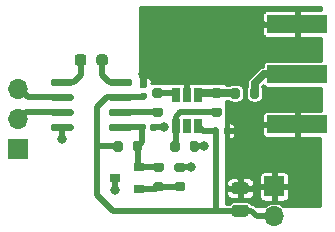
<source format=gbr>
G04 #@! TF.GenerationSoftware,KiCad,Pcbnew,(5.1.9)-1*
G04 #@! TF.CreationDate,2021-04-02T20:51:07-05:00*
G04 #@! TF.ProjectId,coax-probe,636f6178-2d70-4726-9f62-652e6b696361,rev?*
G04 #@! TF.SameCoordinates,Original*
G04 #@! TF.FileFunction,Copper,L1,Top*
G04 #@! TF.FilePolarity,Positive*
%FSLAX46Y46*%
G04 Gerber Fmt 4.6, Leading zero omitted, Abs format (unit mm)*
G04 Created by KiCad (PCBNEW (5.1.9)-1) date 2021-04-02 20:51:07*
%MOMM*%
%LPD*%
G01*
G04 APERTURE LIST*
G04 #@! TA.AperFunction,SMDPad,CuDef*
%ADD10R,0.650000X1.220000*%
G04 #@! TD*
G04 #@! TA.AperFunction,SMDPad,CuDef*
%ADD11R,0.900000X0.800000*%
G04 #@! TD*
G04 #@! TA.AperFunction,ComponentPad*
%ADD12O,1.700000X1.700000*%
G04 #@! TD*
G04 #@! TA.AperFunction,ComponentPad*
%ADD13R,1.700000X1.700000*%
G04 #@! TD*
G04 #@! TA.AperFunction,SMDPad,CuDef*
%ADD14R,5.080000X1.500000*%
G04 #@! TD*
G04 #@! TA.AperFunction,ViaPad*
%ADD15C,0.600000*%
G04 #@! TD*
G04 #@! TA.AperFunction,ViaPad*
%ADD16C,0.800000*%
G04 #@! TD*
G04 #@! TA.AperFunction,Conductor*
%ADD17C,0.500000*%
G04 #@! TD*
G04 #@! TA.AperFunction,Conductor*
%ADD18C,0.650000*%
G04 #@! TD*
G04 #@! TA.AperFunction,Conductor*
%ADD19C,0.254000*%
G04 #@! TD*
G04 #@! TA.AperFunction,Conductor*
%ADD20C,0.100000*%
G04 #@! TD*
G04 APERTURE END LIST*
G04 #@! TA.AperFunction,SMDPad,CuDef*
G36*
G01*
X164575000Y-75762500D02*
X164575000Y-76237500D01*
G75*
G02*
X164337500Y-76475000I-237500J0D01*
G01*
X163837500Y-76475000D01*
G75*
G02*
X163600000Y-76237500I0J237500D01*
G01*
X163600000Y-75762500D01*
G75*
G02*
X163837500Y-75525000I237500J0D01*
G01*
X164337500Y-75525000D01*
G75*
G02*
X164575000Y-75762500I0J-237500D01*
G01*
G37*
G04 #@! TD.AperFunction*
G04 #@! TA.AperFunction,SMDPad,CuDef*
G36*
G01*
X166400000Y-75762500D02*
X166400000Y-76237500D01*
G75*
G02*
X166162500Y-76475000I-237500J0D01*
G01*
X165662500Y-76475000D01*
G75*
G02*
X165425000Y-76237500I0J237500D01*
G01*
X165425000Y-75762500D01*
G75*
G02*
X165662500Y-75525000I237500J0D01*
G01*
X166162500Y-75525000D01*
G75*
G02*
X166400000Y-75762500I0J-237500D01*
G01*
G37*
G04 #@! TD.AperFunction*
G04 #@! TA.AperFunction,SMDPad,CuDef*
G36*
G01*
X169570000Y-78400000D02*
X169230000Y-78400000D01*
G75*
G02*
X169090000Y-78260000I0J140000D01*
G01*
X169090000Y-77980000D01*
G75*
G02*
X169230000Y-77840000I140000J0D01*
G01*
X169570000Y-77840000D01*
G75*
G02*
X169710000Y-77980000I0J-140000D01*
G01*
X169710000Y-78260000D01*
G75*
G02*
X169570000Y-78400000I-140000J0D01*
G01*
G37*
G04 #@! TD.AperFunction*
G04 #@! TA.AperFunction,SMDPad,CuDef*
G36*
G01*
X169570000Y-79360000D02*
X169230000Y-79360000D01*
G75*
G02*
X169090000Y-79220000I0J140000D01*
G01*
X169090000Y-78940000D01*
G75*
G02*
X169230000Y-78800000I140000J0D01*
G01*
X169570000Y-78800000D01*
G75*
G02*
X169710000Y-78940000I0J-140000D01*
G01*
X169710000Y-79220000D01*
G75*
G02*
X169570000Y-79360000I-140000J0D01*
G01*
G37*
G04 #@! TD.AperFunction*
G04 #@! TA.AperFunction,SMDPad,CuDef*
G36*
G01*
X166500000Y-78045000D02*
X166500000Y-77745000D01*
G75*
G02*
X166650000Y-77595000I150000J0D01*
G01*
X168300000Y-77595000D01*
G75*
G02*
X168450000Y-77745000I0J-150000D01*
G01*
X168450000Y-78045000D01*
G75*
G02*
X168300000Y-78195000I-150000J0D01*
G01*
X166650000Y-78195000D01*
G75*
G02*
X166500000Y-78045000I0J150000D01*
G01*
G37*
G04 #@! TD.AperFunction*
G04 #@! TA.AperFunction,SMDPad,CuDef*
G36*
G01*
X166500000Y-79315000D02*
X166500000Y-79015000D01*
G75*
G02*
X166650000Y-78865000I150000J0D01*
G01*
X168300000Y-78865000D01*
G75*
G02*
X168450000Y-79015000I0J-150000D01*
G01*
X168450000Y-79315000D01*
G75*
G02*
X168300000Y-79465000I-150000J0D01*
G01*
X166650000Y-79465000D01*
G75*
G02*
X166500000Y-79315000I0J150000D01*
G01*
G37*
G04 #@! TD.AperFunction*
G04 #@! TA.AperFunction,SMDPad,CuDef*
G36*
G01*
X166500000Y-80585000D02*
X166500000Y-80285000D01*
G75*
G02*
X166650000Y-80135000I150000J0D01*
G01*
X168300000Y-80135000D01*
G75*
G02*
X168450000Y-80285000I0J-150000D01*
G01*
X168450000Y-80585000D01*
G75*
G02*
X168300000Y-80735000I-150000J0D01*
G01*
X166650000Y-80735000D01*
G75*
G02*
X166500000Y-80585000I0J150000D01*
G01*
G37*
G04 #@! TD.AperFunction*
G04 #@! TA.AperFunction,SMDPad,CuDef*
G36*
G01*
X166500000Y-81855000D02*
X166500000Y-81555000D01*
G75*
G02*
X166650000Y-81405000I150000J0D01*
G01*
X168300000Y-81405000D01*
G75*
G02*
X168450000Y-81555000I0J-150000D01*
G01*
X168450000Y-81855000D01*
G75*
G02*
X168300000Y-82005000I-150000J0D01*
G01*
X166650000Y-82005000D01*
G75*
G02*
X166500000Y-81855000I0J150000D01*
G01*
G37*
G04 #@! TD.AperFunction*
G04 #@! TA.AperFunction,SMDPad,CuDef*
G36*
G01*
X161550000Y-81855000D02*
X161550000Y-81555000D01*
G75*
G02*
X161700000Y-81405000I150000J0D01*
G01*
X163350000Y-81405000D01*
G75*
G02*
X163500000Y-81555000I0J-150000D01*
G01*
X163500000Y-81855000D01*
G75*
G02*
X163350000Y-82005000I-150000J0D01*
G01*
X161700000Y-82005000D01*
G75*
G02*
X161550000Y-81855000I0J150000D01*
G01*
G37*
G04 #@! TD.AperFunction*
G04 #@! TA.AperFunction,SMDPad,CuDef*
G36*
G01*
X161550000Y-80585000D02*
X161550000Y-80285000D01*
G75*
G02*
X161700000Y-80135000I150000J0D01*
G01*
X163350000Y-80135000D01*
G75*
G02*
X163500000Y-80285000I0J-150000D01*
G01*
X163500000Y-80585000D01*
G75*
G02*
X163350000Y-80735000I-150000J0D01*
G01*
X161700000Y-80735000D01*
G75*
G02*
X161550000Y-80585000I0J150000D01*
G01*
G37*
G04 #@! TD.AperFunction*
G04 #@! TA.AperFunction,SMDPad,CuDef*
G36*
G01*
X161550000Y-79315000D02*
X161550000Y-79015000D01*
G75*
G02*
X161700000Y-78865000I150000J0D01*
G01*
X163350000Y-78865000D01*
G75*
G02*
X163500000Y-79015000I0J-150000D01*
G01*
X163500000Y-79315000D01*
G75*
G02*
X163350000Y-79465000I-150000J0D01*
G01*
X161700000Y-79465000D01*
G75*
G02*
X161550000Y-79315000I0J150000D01*
G01*
G37*
G04 #@! TD.AperFunction*
G04 #@! TA.AperFunction,SMDPad,CuDef*
G36*
G01*
X161550000Y-78045000D02*
X161550000Y-77745000D01*
G75*
G02*
X161700000Y-77595000I150000J0D01*
G01*
X163350000Y-77595000D01*
G75*
G02*
X163500000Y-77745000I0J-150000D01*
G01*
X163500000Y-78045000D01*
G75*
G02*
X163350000Y-78195000I-150000J0D01*
G01*
X161700000Y-78195000D01*
G75*
G02*
X161550000Y-78045000I0J150000D01*
G01*
G37*
G04 #@! TD.AperFunction*
D10*
X174050000Y-81610000D03*
X173100000Y-81610000D03*
X172150000Y-81610000D03*
X172150000Y-78990000D03*
X173100000Y-78990000D03*
X174050000Y-78990000D03*
D11*
X167000000Y-86000000D03*
X169000000Y-85050000D03*
X169000000Y-86950000D03*
G04 #@! TA.AperFunction,SMDPad,CuDef*
G36*
G01*
X177125000Y-88250000D02*
X178075000Y-88250000D01*
G75*
G02*
X178325000Y-88500000I0J-250000D01*
G01*
X178325000Y-89000000D01*
G75*
G02*
X178075000Y-89250000I-250000J0D01*
G01*
X177125000Y-89250000D01*
G75*
G02*
X176875000Y-89000000I0J250000D01*
G01*
X176875000Y-88500000D01*
G75*
G02*
X177125000Y-88250000I250000J0D01*
G01*
G37*
G04 #@! TD.AperFunction*
G04 #@! TA.AperFunction,SMDPad,CuDef*
G36*
G01*
X177125000Y-86350000D02*
X178075000Y-86350000D01*
G75*
G02*
X178325000Y-86600000I0J-250000D01*
G01*
X178325000Y-87100000D01*
G75*
G02*
X178075000Y-87350000I-250000J0D01*
G01*
X177125000Y-87350000D01*
G75*
G02*
X176875000Y-87100000I0J250000D01*
G01*
X176875000Y-86600000D01*
G75*
G02*
X177125000Y-86350000I250000J0D01*
G01*
G37*
G04 #@! TD.AperFunction*
G04 #@! TA.AperFunction,SMDPad,CuDef*
G36*
G01*
X170425000Y-86325000D02*
X170975000Y-86325000D01*
G75*
G02*
X171175000Y-86525000I0J-200000D01*
G01*
X171175000Y-86925000D01*
G75*
G02*
X170975000Y-87125000I-200000J0D01*
G01*
X170425000Y-87125000D01*
G75*
G02*
X170225000Y-86925000I0J200000D01*
G01*
X170225000Y-86525000D01*
G75*
G02*
X170425000Y-86325000I200000J0D01*
G01*
G37*
G04 #@! TD.AperFunction*
G04 #@! TA.AperFunction,SMDPad,CuDef*
G36*
G01*
X170425000Y-84675000D02*
X170975000Y-84675000D01*
G75*
G02*
X171175000Y-84875000I0J-200000D01*
G01*
X171175000Y-85275000D01*
G75*
G02*
X170975000Y-85475000I-200000J0D01*
G01*
X170425000Y-85475000D01*
G75*
G02*
X170225000Y-85275000I0J200000D01*
G01*
X170225000Y-84875000D01*
G75*
G02*
X170425000Y-84675000I200000J0D01*
G01*
G37*
G04 #@! TD.AperFunction*
G04 #@! TA.AperFunction,SMDPad,CuDef*
G36*
G01*
X170325000Y-80025000D02*
X170875000Y-80025000D01*
G75*
G02*
X171075000Y-80225000I0J-200000D01*
G01*
X171075000Y-80625000D01*
G75*
G02*
X170875000Y-80825000I-200000J0D01*
G01*
X170325000Y-80825000D01*
G75*
G02*
X170125000Y-80625000I0J200000D01*
G01*
X170125000Y-80225000D01*
G75*
G02*
X170325000Y-80025000I200000J0D01*
G01*
G37*
G04 #@! TD.AperFunction*
G04 #@! TA.AperFunction,SMDPad,CuDef*
G36*
G01*
X170325000Y-78375000D02*
X170875000Y-78375000D01*
G75*
G02*
X171075000Y-78575000I0J-200000D01*
G01*
X171075000Y-78975000D01*
G75*
G02*
X170875000Y-79175000I-200000J0D01*
G01*
X170325000Y-79175000D01*
G75*
G02*
X170125000Y-78975000I0J200000D01*
G01*
X170125000Y-78575000D01*
G75*
G02*
X170325000Y-78375000I200000J0D01*
G01*
G37*
G04 #@! TD.AperFunction*
G04 #@! TA.AperFunction,SMDPad,CuDef*
G36*
G01*
X170000000Y-81870000D02*
X170000000Y-81530000D01*
G75*
G02*
X170140000Y-81390000I140000J0D01*
G01*
X170420000Y-81390000D01*
G75*
G02*
X170560000Y-81530000I0J-140000D01*
G01*
X170560000Y-81870000D01*
G75*
G02*
X170420000Y-82010000I-140000J0D01*
G01*
X170140000Y-82010000D01*
G75*
G02*
X170000000Y-81870000I0J140000D01*
G01*
G37*
G04 #@! TD.AperFunction*
G04 #@! TA.AperFunction,SMDPad,CuDef*
G36*
G01*
X169040000Y-81870000D02*
X169040000Y-81530000D01*
G75*
G02*
X169180000Y-81390000I140000J0D01*
G01*
X169460000Y-81390000D01*
G75*
G02*
X169600000Y-81530000I0J-140000D01*
G01*
X169600000Y-81870000D01*
G75*
G02*
X169460000Y-82010000I-140000J0D01*
G01*
X169180000Y-82010000D01*
G75*
G02*
X169040000Y-81870000I0J140000D01*
G01*
G37*
G04 #@! TD.AperFunction*
G04 #@! TA.AperFunction,SMDPad,CuDef*
G36*
G01*
X179225000Y-78525000D02*
X179225000Y-79075000D01*
G75*
G02*
X179025000Y-79275000I-200000J0D01*
G01*
X178625000Y-79275000D01*
G75*
G02*
X178425000Y-79075000I0J200000D01*
G01*
X178425000Y-78525000D01*
G75*
G02*
X178625000Y-78325000I200000J0D01*
G01*
X179025000Y-78325000D01*
G75*
G02*
X179225000Y-78525000I0J-200000D01*
G01*
G37*
G04 #@! TD.AperFunction*
G04 #@! TA.AperFunction,SMDPad,CuDef*
G36*
G01*
X177575000Y-78525000D02*
X177575000Y-79075000D01*
G75*
G02*
X177375000Y-79275000I-200000J0D01*
G01*
X176975000Y-79275000D01*
G75*
G02*
X176775000Y-79075000I0J200000D01*
G01*
X176775000Y-78525000D01*
G75*
G02*
X176975000Y-78325000I200000J0D01*
G01*
X177375000Y-78325000D01*
G75*
G02*
X177575000Y-78525000I0J-200000D01*
G01*
G37*
G04 #@! TD.AperFunction*
G04 #@! TA.AperFunction,SMDPad,CuDef*
G36*
G01*
X176200000Y-82170000D02*
X176200000Y-81830000D01*
G75*
G02*
X176340000Y-81690000I140000J0D01*
G01*
X176620000Y-81690000D01*
G75*
G02*
X176760000Y-81830000I0J-140000D01*
G01*
X176760000Y-82170000D01*
G75*
G02*
X176620000Y-82310000I-140000J0D01*
G01*
X176340000Y-82310000D01*
G75*
G02*
X176200000Y-82170000I0J140000D01*
G01*
G37*
G04 #@! TD.AperFunction*
G04 #@! TA.AperFunction,SMDPad,CuDef*
G36*
G01*
X175240000Y-82170000D02*
X175240000Y-81830000D01*
G75*
G02*
X175380000Y-81690000I140000J0D01*
G01*
X175660000Y-81690000D01*
G75*
G02*
X175800000Y-81830000I0J-140000D01*
G01*
X175800000Y-82170000D01*
G75*
G02*
X175660000Y-82310000I-140000J0D01*
G01*
X175380000Y-82310000D01*
G75*
G02*
X175240000Y-82170000I0J140000D01*
G01*
G37*
G04 #@! TD.AperFunction*
G04 #@! TA.AperFunction,SMDPad,CuDef*
G36*
G01*
X172775000Y-85475000D02*
X172225000Y-85475000D01*
G75*
G02*
X172025000Y-85275000I0J200000D01*
G01*
X172025000Y-84875000D01*
G75*
G02*
X172225000Y-84675000I200000J0D01*
G01*
X172775000Y-84675000D01*
G75*
G02*
X172975000Y-84875000I0J-200000D01*
G01*
X172975000Y-85275000D01*
G75*
G02*
X172775000Y-85475000I-200000J0D01*
G01*
G37*
G04 #@! TD.AperFunction*
G04 #@! TA.AperFunction,SMDPad,CuDef*
G36*
G01*
X172775000Y-87125000D02*
X172225000Y-87125000D01*
G75*
G02*
X172025000Y-86925000I0J200000D01*
G01*
X172025000Y-86525000D01*
G75*
G02*
X172225000Y-86325000I200000J0D01*
G01*
X172775000Y-86325000D01*
G75*
G02*
X172975000Y-86525000I0J-200000D01*
G01*
X172975000Y-86925000D01*
G75*
G02*
X172775000Y-87125000I-200000J0D01*
G01*
G37*
G04 #@! TD.AperFunction*
G04 #@! TA.AperFunction,SMDPad,CuDef*
G36*
G01*
X175325000Y-80025000D02*
X175875000Y-80025000D01*
G75*
G02*
X176075000Y-80225000I0J-200000D01*
G01*
X176075000Y-80625000D01*
G75*
G02*
X175875000Y-80825000I-200000J0D01*
G01*
X175325000Y-80825000D01*
G75*
G02*
X175125000Y-80625000I0J200000D01*
G01*
X175125000Y-80225000D01*
G75*
G02*
X175325000Y-80025000I200000J0D01*
G01*
G37*
G04 #@! TD.AperFunction*
G04 #@! TA.AperFunction,SMDPad,CuDef*
G36*
G01*
X175325000Y-78375000D02*
X175875000Y-78375000D01*
G75*
G02*
X176075000Y-78575000I0J-200000D01*
G01*
X176075000Y-78975000D01*
G75*
G02*
X175875000Y-79175000I-200000J0D01*
G01*
X175325000Y-79175000D01*
G75*
G02*
X175125000Y-78975000I0J200000D01*
G01*
X175125000Y-78575000D01*
G75*
G02*
X175325000Y-78375000I200000J0D01*
G01*
G37*
G04 #@! TD.AperFunction*
G04 #@! TA.AperFunction,SMDPad,CuDef*
G36*
G01*
X168525000Y-83575000D02*
X168525000Y-83025000D01*
G75*
G02*
X168725000Y-82825000I200000J0D01*
G01*
X169125000Y-82825000D01*
G75*
G02*
X169325000Y-83025000I0J-200000D01*
G01*
X169325000Y-83575000D01*
G75*
G02*
X169125000Y-83775000I-200000J0D01*
G01*
X168725000Y-83775000D01*
G75*
G02*
X168525000Y-83575000I0J200000D01*
G01*
G37*
G04 #@! TD.AperFunction*
G04 #@! TA.AperFunction,SMDPad,CuDef*
G36*
G01*
X166875000Y-83575000D02*
X166875000Y-83025000D01*
G75*
G02*
X167075000Y-82825000I200000J0D01*
G01*
X167475000Y-82825000D01*
G75*
G02*
X167675000Y-83025000I0J-200000D01*
G01*
X167675000Y-83575000D01*
G75*
G02*
X167475000Y-83775000I-200000J0D01*
G01*
X167075000Y-83775000D01*
G75*
G02*
X166875000Y-83575000I0J200000D01*
G01*
G37*
G04 #@! TD.AperFunction*
G04 #@! TA.AperFunction,SMDPad,CuDef*
G36*
G01*
X173325000Y-83575000D02*
X173325000Y-83025000D01*
G75*
G02*
X173525000Y-82825000I200000J0D01*
G01*
X173925000Y-82825000D01*
G75*
G02*
X174125000Y-83025000I0J-200000D01*
G01*
X174125000Y-83575000D01*
G75*
G02*
X173925000Y-83775000I-200000J0D01*
G01*
X173525000Y-83775000D01*
G75*
G02*
X173325000Y-83575000I0J200000D01*
G01*
G37*
G04 #@! TD.AperFunction*
G04 #@! TA.AperFunction,SMDPad,CuDef*
G36*
G01*
X171675000Y-83575000D02*
X171675000Y-83025000D01*
G75*
G02*
X171875000Y-82825000I200000J0D01*
G01*
X172275000Y-82825000D01*
G75*
G02*
X172475000Y-83025000I0J-200000D01*
G01*
X172475000Y-83575000D01*
G75*
G02*
X172275000Y-83775000I-200000J0D01*
G01*
X171875000Y-83775000D01*
G75*
G02*
X171675000Y-83575000I0J200000D01*
G01*
G37*
G04 #@! TD.AperFunction*
D12*
X180500000Y-89240000D03*
D13*
X180500000Y-86700000D03*
D14*
X182450000Y-77200000D03*
X182450000Y-72950000D03*
X182450000Y-81450000D03*
D12*
X158800000Y-78460000D03*
X158800000Y-81000000D03*
D13*
X158800000Y-83540000D03*
D15*
X178600000Y-77000000D03*
X179300000Y-76300000D03*
X179800000Y-79500000D03*
D16*
X173424992Y-85075008D03*
D15*
X181200000Y-78600000D03*
X180100000Y-75800000D03*
X183400000Y-75800000D03*
X182300000Y-75800000D03*
X182300000Y-78600000D03*
X179800000Y-78600000D03*
X183400000Y-78600000D03*
D16*
X169400000Y-77200000D03*
D15*
X178000000Y-77800000D03*
X178900000Y-79800000D03*
X176700000Y-79800000D03*
D16*
X171200000Y-81700000D03*
D15*
X174800000Y-77800000D03*
D16*
X162524994Y-82675006D03*
X174579986Y-83301971D03*
D15*
X181200000Y-75800000D03*
X176400000Y-77800000D03*
D16*
X173100000Y-77899998D03*
D15*
X178000000Y-79800000D03*
D16*
X167000000Y-86999990D03*
X177400000Y-82000000D03*
D17*
X172500000Y-85075000D02*
X173424984Y-85075000D01*
X173424984Y-85075000D02*
X173424992Y-85075008D01*
X167000000Y-86000000D02*
X167000000Y-86999990D01*
X176480000Y-82000000D02*
X177400000Y-82000000D01*
X170280000Y-81700000D02*
X171200000Y-81700000D01*
X174578015Y-83300000D02*
X174579986Y-83301971D01*
X173100000Y-78990000D02*
X173100000Y-77899998D01*
X162525000Y-82675000D02*
X162524994Y-82675006D01*
X173725000Y-83300000D02*
X174578015Y-83300000D01*
X169400000Y-78120000D02*
X169400000Y-77200000D01*
X162525000Y-81705000D02*
X162525000Y-82675000D01*
X165500000Y-87400000D02*
X166850000Y-88750000D01*
X175320001Y-82000000D02*
X174440001Y-82000000D01*
X169315000Y-79165000D02*
X169400000Y-79080000D01*
X167475000Y-79165000D02*
X169315000Y-79165000D01*
X178550000Y-88750000D02*
X179040000Y-89240000D01*
X179040000Y-89240000D02*
X180500000Y-89240000D01*
X165500000Y-80000000D02*
X165500000Y-83300000D01*
X175520000Y-88580000D02*
X175350000Y-88750000D01*
X174440001Y-82000000D02*
X174050000Y-81609999D01*
X167475000Y-79165000D02*
X166335000Y-79165000D01*
X175350000Y-88750000D02*
X178550000Y-88750000D01*
X166335000Y-79165000D02*
X165500000Y-80000000D01*
X167275000Y-83300000D02*
X165500000Y-83300000D01*
X175520000Y-82000000D02*
X175520000Y-88580000D01*
X165500000Y-83300000D02*
X165500000Y-87400000D01*
X166850000Y-88750000D02*
X175350000Y-88750000D01*
X164125000Y-77275000D02*
X163505000Y-77895000D01*
X163505000Y-77895000D02*
X162525000Y-77895000D01*
X164125000Y-76000000D02*
X164125000Y-77275000D01*
X166495000Y-77895000D02*
X167475000Y-77895000D01*
X165875000Y-76000000D02*
X165875000Y-77275000D01*
X165875000Y-77275000D02*
X166495000Y-77895000D01*
X172150000Y-83225000D02*
X172075000Y-83300000D01*
X172150000Y-81609999D02*
X172150000Y-80814998D01*
X172150000Y-80814998D02*
X172539998Y-80425000D01*
X172150000Y-81609999D02*
X172150000Y-83225000D01*
X172539998Y-80425000D02*
X175600000Y-80425000D01*
D18*
X177150000Y-78775000D02*
X177175000Y-78800000D01*
X175600000Y-78775000D02*
X177150000Y-78775000D01*
X175600000Y-78775000D02*
X174265000Y-78775000D01*
D17*
X174265000Y-78775000D02*
X174050000Y-78990001D01*
X162525000Y-79165000D02*
X159655000Y-79165000D01*
X159655000Y-79165000D02*
X158950000Y-78460000D01*
X162525000Y-80435000D02*
X159515000Y-80435000D01*
X159515000Y-80435000D02*
X158950000Y-81000000D01*
X170590000Y-80435000D02*
X170600000Y-80425000D01*
X167475000Y-80435000D02*
X170590000Y-80435000D01*
X169315000Y-81705000D02*
X169320000Y-81700000D01*
X170675000Y-85050000D02*
X170700000Y-85075000D01*
X169200000Y-85050000D02*
X170675000Y-85050000D01*
X169320000Y-81700000D02*
X169320000Y-82905000D01*
X169320000Y-82905000D02*
X168925000Y-83300000D01*
X168925000Y-83500000D02*
X168925000Y-84975000D01*
X168925000Y-84975000D02*
X169000000Y-85050000D01*
X167475000Y-81705000D02*
X169315000Y-81705000D01*
X170600000Y-78775000D02*
X171935000Y-78775000D01*
X171935000Y-78775000D02*
X172150000Y-78990000D01*
X170700000Y-86725000D02*
X172500000Y-86725000D01*
X170475000Y-86950000D02*
X170700000Y-86725000D01*
X170700000Y-86725000D02*
X170700000Y-86675000D01*
X169200000Y-86950000D02*
X170475000Y-86950000D01*
D18*
X179600000Y-77200000D02*
X182450000Y-77200000D01*
X178825000Y-77975000D02*
X179600000Y-77200000D01*
X178825000Y-78800000D02*
X178825000Y-77975000D01*
D19*
X184470826Y-71771399D02*
X182683750Y-71773000D01*
X182577000Y-71879750D01*
X182577000Y-72823000D01*
X182597000Y-72823000D01*
X182597000Y-73077000D01*
X182577000Y-73077000D01*
X182577000Y-74020250D01*
X182683750Y-74127000D01*
X184457041Y-74128589D01*
X184445798Y-76051080D01*
X179910000Y-76051080D01*
X179832175Y-76058745D01*
X179757340Y-76081446D01*
X179688372Y-76118310D01*
X179627921Y-76167921D01*
X179578310Y-76228372D01*
X179541446Y-76297340D01*
X179518745Y-76372175D01*
X179511080Y-76450000D01*
X179511080Y-76553604D01*
X179472185Y-76557435D01*
X179410735Y-76576076D01*
X179349283Y-76594717D01*
X179236016Y-76655259D01*
X179136736Y-76736736D01*
X179116320Y-76761613D01*
X178386614Y-77491320D01*
X178361737Y-77511736D01*
X178280260Y-77611016D01*
X178265628Y-77638391D01*
X178219717Y-77724284D01*
X178182435Y-77847186D01*
X178169846Y-77975000D01*
X178173000Y-78007022D01*
X178173000Y-78254722D01*
X178136654Y-78322720D01*
X178106575Y-78421879D01*
X178096418Y-78525000D01*
X178096418Y-79075000D01*
X178106575Y-79178121D01*
X178136654Y-79277280D01*
X178185500Y-79368664D01*
X178251236Y-79448764D01*
X178331336Y-79514500D01*
X178422720Y-79563346D01*
X178521879Y-79593425D01*
X178625000Y-79603582D01*
X179025000Y-79603582D01*
X179128121Y-79593425D01*
X179227280Y-79563346D01*
X179318664Y-79514500D01*
X179398764Y-79448764D01*
X179464500Y-79368664D01*
X179513346Y-79277280D01*
X179543425Y-79178121D01*
X179553582Y-79075000D01*
X179553582Y-78525000D01*
X179543425Y-78421879D01*
X179513346Y-78322720D01*
X179477000Y-78254722D01*
X179477000Y-78245066D01*
X179568602Y-78153465D01*
X179578310Y-78171628D01*
X179627921Y-78232079D01*
X179688372Y-78281690D01*
X179757340Y-78318554D01*
X179832175Y-78341255D01*
X179910000Y-78348920D01*
X184432361Y-78348920D01*
X184421118Y-80271444D01*
X182683750Y-80273000D01*
X182577000Y-80379750D01*
X182577000Y-81323000D01*
X182597000Y-81323000D01*
X182597000Y-81577000D01*
X182577000Y-81577000D01*
X182577000Y-82520250D01*
X182683750Y-82627000D01*
X184407333Y-82628544D01*
X184373740Y-88373000D01*
X181297530Y-88373000D01*
X181250294Y-88325764D01*
X181057519Y-88196956D01*
X180843318Y-88108231D01*
X180615924Y-88063000D01*
X180384076Y-88063000D01*
X180156682Y-88108231D01*
X179942481Y-88196956D01*
X179749706Y-88325764D01*
X179702470Y-88373000D01*
X178989001Y-88373000D01*
X178978037Y-88362036D01*
X178959974Y-88340026D01*
X178872115Y-88267921D01*
X178771876Y-88214343D01*
X178707770Y-88194897D01*
X178663111Y-88181349D01*
X178608045Y-88175926D01*
X178578336Y-88173000D01*
X178578331Y-88173000D01*
X178550000Y-88170210D01*
X178549281Y-88170281D01*
X178484119Y-88090881D01*
X178396443Y-88018927D01*
X178296414Y-87965460D01*
X178187876Y-87932535D01*
X178075000Y-87921418D01*
X177125000Y-87921418D01*
X177012124Y-87932535D01*
X176903586Y-87965460D01*
X176803557Y-88018927D01*
X176715881Y-88090881D01*
X176648488Y-88173000D01*
X176427000Y-88173000D01*
X176427000Y-87350000D01*
X176445934Y-87350000D01*
X176454178Y-87433707D01*
X176478595Y-87514196D01*
X176518245Y-87588376D01*
X176571605Y-87653395D01*
X176636624Y-87706755D01*
X176710804Y-87746405D01*
X176791293Y-87770822D01*
X176875000Y-87779066D01*
X177366250Y-87777000D01*
X177473000Y-87670250D01*
X177473000Y-86977000D01*
X177727000Y-86977000D01*
X177727000Y-87670250D01*
X177833750Y-87777000D01*
X178325000Y-87779066D01*
X178408707Y-87770822D01*
X178489196Y-87746405D01*
X178563376Y-87706755D01*
X178628395Y-87653395D01*
X178681755Y-87588376D01*
X178702267Y-87550000D01*
X179220934Y-87550000D01*
X179229178Y-87633707D01*
X179253595Y-87714196D01*
X179293245Y-87788376D01*
X179346605Y-87853395D01*
X179411624Y-87906755D01*
X179485804Y-87946405D01*
X179566293Y-87970822D01*
X179650000Y-87979066D01*
X180266250Y-87977000D01*
X180373000Y-87870250D01*
X180373000Y-86827000D01*
X180627000Y-86827000D01*
X180627000Y-87870250D01*
X180733750Y-87977000D01*
X181350000Y-87979066D01*
X181433707Y-87970822D01*
X181514196Y-87946405D01*
X181588376Y-87906755D01*
X181653395Y-87853395D01*
X181706755Y-87788376D01*
X181746405Y-87714196D01*
X181770822Y-87633707D01*
X181779066Y-87550000D01*
X181777000Y-86933750D01*
X181670250Y-86827000D01*
X180627000Y-86827000D01*
X180373000Y-86827000D01*
X179329750Y-86827000D01*
X179223000Y-86933750D01*
X179220934Y-87550000D01*
X178702267Y-87550000D01*
X178721405Y-87514196D01*
X178745822Y-87433707D01*
X178754066Y-87350000D01*
X178752000Y-87083750D01*
X178645250Y-86977000D01*
X177727000Y-86977000D01*
X177473000Y-86977000D01*
X176554750Y-86977000D01*
X176448000Y-87083750D01*
X176445934Y-87350000D01*
X176427000Y-87350000D01*
X176427000Y-86350000D01*
X176445934Y-86350000D01*
X176448000Y-86616250D01*
X176554750Y-86723000D01*
X177473000Y-86723000D01*
X177473000Y-86029750D01*
X177727000Y-86029750D01*
X177727000Y-86723000D01*
X178645250Y-86723000D01*
X178752000Y-86616250D01*
X178754066Y-86350000D01*
X178745822Y-86266293D01*
X178721405Y-86185804D01*
X178681755Y-86111624D01*
X178628395Y-86046605D01*
X178563376Y-85993245D01*
X178489196Y-85953595D01*
X178408707Y-85929178D01*
X178325000Y-85920934D01*
X177833750Y-85923000D01*
X177727000Y-86029750D01*
X177473000Y-86029750D01*
X177366250Y-85923000D01*
X176875000Y-85920934D01*
X176791293Y-85929178D01*
X176710804Y-85953595D01*
X176636624Y-85993245D01*
X176571605Y-86046605D01*
X176518245Y-86111624D01*
X176478595Y-86185804D01*
X176454178Y-86266293D01*
X176445934Y-86350000D01*
X176427000Y-86350000D01*
X176427000Y-85850000D01*
X179220934Y-85850000D01*
X179223000Y-86466250D01*
X179329750Y-86573000D01*
X180373000Y-86573000D01*
X180373000Y-85529750D01*
X180627000Y-85529750D01*
X180627000Y-86573000D01*
X181670250Y-86573000D01*
X181777000Y-86466250D01*
X181779066Y-85850000D01*
X181770822Y-85766293D01*
X181746405Y-85685804D01*
X181706755Y-85611624D01*
X181653395Y-85546605D01*
X181588376Y-85493245D01*
X181514196Y-85453595D01*
X181433707Y-85429178D01*
X181350000Y-85420934D01*
X180733750Y-85423000D01*
X180627000Y-85529750D01*
X180373000Y-85529750D01*
X180266250Y-85423000D01*
X179650000Y-85420934D01*
X179566293Y-85429178D01*
X179485804Y-85453595D01*
X179411624Y-85493245D01*
X179346605Y-85546605D01*
X179293245Y-85611624D01*
X179253595Y-85685804D01*
X179229178Y-85766293D01*
X179220934Y-85850000D01*
X176427000Y-85850000D01*
X176427000Y-82127000D01*
X176607000Y-82127000D01*
X176607000Y-82630250D01*
X176713750Y-82737000D01*
X176760000Y-82739066D01*
X176843707Y-82730822D01*
X176924196Y-82706405D01*
X176998376Y-82666755D01*
X177063395Y-82613395D01*
X177116755Y-82548376D01*
X177156405Y-82474196D01*
X177180822Y-82393707D01*
X177189066Y-82310000D01*
X177187000Y-82233750D01*
X177153250Y-82200000D01*
X179480934Y-82200000D01*
X179489178Y-82283707D01*
X179513595Y-82364196D01*
X179553245Y-82438376D01*
X179606605Y-82503395D01*
X179671624Y-82556755D01*
X179745804Y-82596405D01*
X179826293Y-82620822D01*
X179910000Y-82629066D01*
X182216250Y-82627000D01*
X182323000Y-82520250D01*
X182323000Y-81577000D01*
X179589750Y-81577000D01*
X179483000Y-81683750D01*
X179480934Y-82200000D01*
X177153250Y-82200000D01*
X177080250Y-82127000D01*
X176607000Y-82127000D01*
X176427000Y-82127000D01*
X176427000Y-81369750D01*
X176607000Y-81369750D01*
X176607000Y-81873000D01*
X177080250Y-81873000D01*
X177187000Y-81766250D01*
X177189066Y-81690000D01*
X177180822Y-81606293D01*
X177156405Y-81525804D01*
X177116755Y-81451624D01*
X177063395Y-81386605D01*
X176998376Y-81333245D01*
X176924196Y-81293595D01*
X176843707Y-81269178D01*
X176760000Y-81260934D01*
X176713750Y-81263000D01*
X176607000Y-81369750D01*
X176427000Y-81369750D01*
X176427000Y-80700000D01*
X179480934Y-80700000D01*
X179483000Y-81216250D01*
X179589750Y-81323000D01*
X182323000Y-81323000D01*
X182323000Y-80379750D01*
X182216250Y-80273000D01*
X179910000Y-80270934D01*
X179826293Y-80279178D01*
X179745804Y-80303595D01*
X179671624Y-80343245D01*
X179606605Y-80396605D01*
X179553245Y-80461624D01*
X179513595Y-80535804D01*
X179489178Y-80616293D01*
X179480934Y-80700000D01*
X176427000Y-80700000D01*
X176427000Y-79427000D01*
X176583375Y-79427000D01*
X176601236Y-79448764D01*
X176681336Y-79514500D01*
X176772720Y-79563346D01*
X176871879Y-79593425D01*
X176975000Y-79603582D01*
X177375000Y-79603582D01*
X177478121Y-79593425D01*
X177577280Y-79563346D01*
X177668664Y-79514500D01*
X177748764Y-79448764D01*
X177814500Y-79368664D01*
X177863346Y-79277280D01*
X177893425Y-79178121D01*
X177903582Y-79075000D01*
X177903582Y-78525000D01*
X177893425Y-78421879D01*
X177863346Y-78322720D01*
X177814500Y-78231336D01*
X177748764Y-78151236D01*
X177668664Y-78085500D01*
X177577280Y-78036654D01*
X177478121Y-78006575D01*
X177375000Y-77996418D01*
X176975000Y-77996418D01*
X176871879Y-78006575D01*
X176772720Y-78036654D01*
X176681336Y-78085500D01*
X176635642Y-78123000D01*
X176427000Y-78123000D01*
X176427000Y-78100000D01*
X176424560Y-78075224D01*
X176417333Y-78051399D01*
X176405597Y-78029443D01*
X176389803Y-78010197D01*
X176370557Y-77994403D01*
X176348601Y-77982667D01*
X176324776Y-77975440D01*
X176300000Y-77973000D01*
X173554270Y-77973000D01*
X173508707Y-77959178D01*
X173425000Y-77950934D01*
X173333750Y-77953000D01*
X173313750Y-77973000D01*
X172886250Y-77973000D01*
X172866250Y-77953000D01*
X172775000Y-77950934D01*
X172691293Y-77959178D01*
X172645730Y-77973000D01*
X170050250Y-77973000D01*
X170137000Y-77886250D01*
X170139066Y-77840000D01*
X170130822Y-77756293D01*
X170106405Y-77675804D01*
X170066755Y-77601624D01*
X170013395Y-77536605D01*
X169948376Y-77483245D01*
X169874196Y-77443595D01*
X169793707Y-77419178D01*
X169710000Y-77410934D01*
X169633750Y-77413000D01*
X169527000Y-77519750D01*
X169527000Y-77973000D01*
X169273000Y-77973000D01*
X169273000Y-77519750D01*
X169166250Y-77413000D01*
X169127000Y-77411937D01*
X169127000Y-73700000D01*
X179480934Y-73700000D01*
X179489178Y-73783707D01*
X179513595Y-73864196D01*
X179553245Y-73938376D01*
X179606605Y-74003395D01*
X179671624Y-74056755D01*
X179745804Y-74096405D01*
X179826293Y-74120822D01*
X179910000Y-74129066D01*
X182216250Y-74127000D01*
X182323000Y-74020250D01*
X182323000Y-73077000D01*
X179589750Y-73077000D01*
X179483000Y-73183750D01*
X179480934Y-73700000D01*
X169127000Y-73700000D01*
X169127000Y-72200000D01*
X179480934Y-72200000D01*
X179483000Y-72716250D01*
X179589750Y-72823000D01*
X182323000Y-72823000D01*
X182323000Y-71879750D01*
X182216250Y-71773000D01*
X179910000Y-71770934D01*
X179826293Y-71779178D01*
X179745804Y-71803595D01*
X179671624Y-71843245D01*
X179606605Y-71896605D01*
X179553245Y-71961624D01*
X179513595Y-72035804D01*
X179489178Y-72116293D01*
X179480934Y-72200000D01*
X169127000Y-72200000D01*
X169127000Y-71527000D01*
X184472255Y-71527000D01*
X184470826Y-71771399D01*
G04 #@! TA.AperFunction,Conductor*
D20*
G36*
X184470826Y-71771399D02*
G01*
X182683750Y-71773000D01*
X182577000Y-71879750D01*
X182577000Y-72823000D01*
X182597000Y-72823000D01*
X182597000Y-73077000D01*
X182577000Y-73077000D01*
X182577000Y-74020250D01*
X182683750Y-74127000D01*
X184457041Y-74128589D01*
X184445798Y-76051080D01*
X179910000Y-76051080D01*
X179832175Y-76058745D01*
X179757340Y-76081446D01*
X179688372Y-76118310D01*
X179627921Y-76167921D01*
X179578310Y-76228372D01*
X179541446Y-76297340D01*
X179518745Y-76372175D01*
X179511080Y-76450000D01*
X179511080Y-76553604D01*
X179472185Y-76557435D01*
X179410735Y-76576076D01*
X179349283Y-76594717D01*
X179236016Y-76655259D01*
X179136736Y-76736736D01*
X179116320Y-76761613D01*
X178386614Y-77491320D01*
X178361737Y-77511736D01*
X178280260Y-77611016D01*
X178265628Y-77638391D01*
X178219717Y-77724284D01*
X178182435Y-77847186D01*
X178169846Y-77975000D01*
X178173000Y-78007022D01*
X178173000Y-78254722D01*
X178136654Y-78322720D01*
X178106575Y-78421879D01*
X178096418Y-78525000D01*
X178096418Y-79075000D01*
X178106575Y-79178121D01*
X178136654Y-79277280D01*
X178185500Y-79368664D01*
X178251236Y-79448764D01*
X178331336Y-79514500D01*
X178422720Y-79563346D01*
X178521879Y-79593425D01*
X178625000Y-79603582D01*
X179025000Y-79603582D01*
X179128121Y-79593425D01*
X179227280Y-79563346D01*
X179318664Y-79514500D01*
X179398764Y-79448764D01*
X179464500Y-79368664D01*
X179513346Y-79277280D01*
X179543425Y-79178121D01*
X179553582Y-79075000D01*
X179553582Y-78525000D01*
X179543425Y-78421879D01*
X179513346Y-78322720D01*
X179477000Y-78254722D01*
X179477000Y-78245066D01*
X179568602Y-78153465D01*
X179578310Y-78171628D01*
X179627921Y-78232079D01*
X179688372Y-78281690D01*
X179757340Y-78318554D01*
X179832175Y-78341255D01*
X179910000Y-78348920D01*
X184432361Y-78348920D01*
X184421118Y-80271444D01*
X182683750Y-80273000D01*
X182577000Y-80379750D01*
X182577000Y-81323000D01*
X182597000Y-81323000D01*
X182597000Y-81577000D01*
X182577000Y-81577000D01*
X182577000Y-82520250D01*
X182683750Y-82627000D01*
X184407333Y-82628544D01*
X184373740Y-88373000D01*
X181297530Y-88373000D01*
X181250294Y-88325764D01*
X181057519Y-88196956D01*
X180843318Y-88108231D01*
X180615924Y-88063000D01*
X180384076Y-88063000D01*
X180156682Y-88108231D01*
X179942481Y-88196956D01*
X179749706Y-88325764D01*
X179702470Y-88373000D01*
X178989001Y-88373000D01*
X178978037Y-88362036D01*
X178959974Y-88340026D01*
X178872115Y-88267921D01*
X178771876Y-88214343D01*
X178707770Y-88194897D01*
X178663111Y-88181349D01*
X178608045Y-88175926D01*
X178578336Y-88173000D01*
X178578331Y-88173000D01*
X178550000Y-88170210D01*
X178549281Y-88170281D01*
X178484119Y-88090881D01*
X178396443Y-88018927D01*
X178296414Y-87965460D01*
X178187876Y-87932535D01*
X178075000Y-87921418D01*
X177125000Y-87921418D01*
X177012124Y-87932535D01*
X176903586Y-87965460D01*
X176803557Y-88018927D01*
X176715881Y-88090881D01*
X176648488Y-88173000D01*
X176427000Y-88173000D01*
X176427000Y-87350000D01*
X176445934Y-87350000D01*
X176454178Y-87433707D01*
X176478595Y-87514196D01*
X176518245Y-87588376D01*
X176571605Y-87653395D01*
X176636624Y-87706755D01*
X176710804Y-87746405D01*
X176791293Y-87770822D01*
X176875000Y-87779066D01*
X177366250Y-87777000D01*
X177473000Y-87670250D01*
X177473000Y-86977000D01*
X177727000Y-86977000D01*
X177727000Y-87670250D01*
X177833750Y-87777000D01*
X178325000Y-87779066D01*
X178408707Y-87770822D01*
X178489196Y-87746405D01*
X178563376Y-87706755D01*
X178628395Y-87653395D01*
X178681755Y-87588376D01*
X178702267Y-87550000D01*
X179220934Y-87550000D01*
X179229178Y-87633707D01*
X179253595Y-87714196D01*
X179293245Y-87788376D01*
X179346605Y-87853395D01*
X179411624Y-87906755D01*
X179485804Y-87946405D01*
X179566293Y-87970822D01*
X179650000Y-87979066D01*
X180266250Y-87977000D01*
X180373000Y-87870250D01*
X180373000Y-86827000D01*
X180627000Y-86827000D01*
X180627000Y-87870250D01*
X180733750Y-87977000D01*
X181350000Y-87979066D01*
X181433707Y-87970822D01*
X181514196Y-87946405D01*
X181588376Y-87906755D01*
X181653395Y-87853395D01*
X181706755Y-87788376D01*
X181746405Y-87714196D01*
X181770822Y-87633707D01*
X181779066Y-87550000D01*
X181777000Y-86933750D01*
X181670250Y-86827000D01*
X180627000Y-86827000D01*
X180373000Y-86827000D01*
X179329750Y-86827000D01*
X179223000Y-86933750D01*
X179220934Y-87550000D01*
X178702267Y-87550000D01*
X178721405Y-87514196D01*
X178745822Y-87433707D01*
X178754066Y-87350000D01*
X178752000Y-87083750D01*
X178645250Y-86977000D01*
X177727000Y-86977000D01*
X177473000Y-86977000D01*
X176554750Y-86977000D01*
X176448000Y-87083750D01*
X176445934Y-87350000D01*
X176427000Y-87350000D01*
X176427000Y-86350000D01*
X176445934Y-86350000D01*
X176448000Y-86616250D01*
X176554750Y-86723000D01*
X177473000Y-86723000D01*
X177473000Y-86029750D01*
X177727000Y-86029750D01*
X177727000Y-86723000D01*
X178645250Y-86723000D01*
X178752000Y-86616250D01*
X178754066Y-86350000D01*
X178745822Y-86266293D01*
X178721405Y-86185804D01*
X178681755Y-86111624D01*
X178628395Y-86046605D01*
X178563376Y-85993245D01*
X178489196Y-85953595D01*
X178408707Y-85929178D01*
X178325000Y-85920934D01*
X177833750Y-85923000D01*
X177727000Y-86029750D01*
X177473000Y-86029750D01*
X177366250Y-85923000D01*
X176875000Y-85920934D01*
X176791293Y-85929178D01*
X176710804Y-85953595D01*
X176636624Y-85993245D01*
X176571605Y-86046605D01*
X176518245Y-86111624D01*
X176478595Y-86185804D01*
X176454178Y-86266293D01*
X176445934Y-86350000D01*
X176427000Y-86350000D01*
X176427000Y-85850000D01*
X179220934Y-85850000D01*
X179223000Y-86466250D01*
X179329750Y-86573000D01*
X180373000Y-86573000D01*
X180373000Y-85529750D01*
X180627000Y-85529750D01*
X180627000Y-86573000D01*
X181670250Y-86573000D01*
X181777000Y-86466250D01*
X181779066Y-85850000D01*
X181770822Y-85766293D01*
X181746405Y-85685804D01*
X181706755Y-85611624D01*
X181653395Y-85546605D01*
X181588376Y-85493245D01*
X181514196Y-85453595D01*
X181433707Y-85429178D01*
X181350000Y-85420934D01*
X180733750Y-85423000D01*
X180627000Y-85529750D01*
X180373000Y-85529750D01*
X180266250Y-85423000D01*
X179650000Y-85420934D01*
X179566293Y-85429178D01*
X179485804Y-85453595D01*
X179411624Y-85493245D01*
X179346605Y-85546605D01*
X179293245Y-85611624D01*
X179253595Y-85685804D01*
X179229178Y-85766293D01*
X179220934Y-85850000D01*
X176427000Y-85850000D01*
X176427000Y-82127000D01*
X176607000Y-82127000D01*
X176607000Y-82630250D01*
X176713750Y-82737000D01*
X176760000Y-82739066D01*
X176843707Y-82730822D01*
X176924196Y-82706405D01*
X176998376Y-82666755D01*
X177063395Y-82613395D01*
X177116755Y-82548376D01*
X177156405Y-82474196D01*
X177180822Y-82393707D01*
X177189066Y-82310000D01*
X177187000Y-82233750D01*
X177153250Y-82200000D01*
X179480934Y-82200000D01*
X179489178Y-82283707D01*
X179513595Y-82364196D01*
X179553245Y-82438376D01*
X179606605Y-82503395D01*
X179671624Y-82556755D01*
X179745804Y-82596405D01*
X179826293Y-82620822D01*
X179910000Y-82629066D01*
X182216250Y-82627000D01*
X182323000Y-82520250D01*
X182323000Y-81577000D01*
X179589750Y-81577000D01*
X179483000Y-81683750D01*
X179480934Y-82200000D01*
X177153250Y-82200000D01*
X177080250Y-82127000D01*
X176607000Y-82127000D01*
X176427000Y-82127000D01*
X176427000Y-81369750D01*
X176607000Y-81369750D01*
X176607000Y-81873000D01*
X177080250Y-81873000D01*
X177187000Y-81766250D01*
X177189066Y-81690000D01*
X177180822Y-81606293D01*
X177156405Y-81525804D01*
X177116755Y-81451624D01*
X177063395Y-81386605D01*
X176998376Y-81333245D01*
X176924196Y-81293595D01*
X176843707Y-81269178D01*
X176760000Y-81260934D01*
X176713750Y-81263000D01*
X176607000Y-81369750D01*
X176427000Y-81369750D01*
X176427000Y-80700000D01*
X179480934Y-80700000D01*
X179483000Y-81216250D01*
X179589750Y-81323000D01*
X182323000Y-81323000D01*
X182323000Y-80379750D01*
X182216250Y-80273000D01*
X179910000Y-80270934D01*
X179826293Y-80279178D01*
X179745804Y-80303595D01*
X179671624Y-80343245D01*
X179606605Y-80396605D01*
X179553245Y-80461624D01*
X179513595Y-80535804D01*
X179489178Y-80616293D01*
X179480934Y-80700000D01*
X176427000Y-80700000D01*
X176427000Y-79427000D01*
X176583375Y-79427000D01*
X176601236Y-79448764D01*
X176681336Y-79514500D01*
X176772720Y-79563346D01*
X176871879Y-79593425D01*
X176975000Y-79603582D01*
X177375000Y-79603582D01*
X177478121Y-79593425D01*
X177577280Y-79563346D01*
X177668664Y-79514500D01*
X177748764Y-79448764D01*
X177814500Y-79368664D01*
X177863346Y-79277280D01*
X177893425Y-79178121D01*
X177903582Y-79075000D01*
X177903582Y-78525000D01*
X177893425Y-78421879D01*
X177863346Y-78322720D01*
X177814500Y-78231336D01*
X177748764Y-78151236D01*
X177668664Y-78085500D01*
X177577280Y-78036654D01*
X177478121Y-78006575D01*
X177375000Y-77996418D01*
X176975000Y-77996418D01*
X176871879Y-78006575D01*
X176772720Y-78036654D01*
X176681336Y-78085500D01*
X176635642Y-78123000D01*
X176427000Y-78123000D01*
X176427000Y-78100000D01*
X176424560Y-78075224D01*
X176417333Y-78051399D01*
X176405597Y-78029443D01*
X176389803Y-78010197D01*
X176370557Y-77994403D01*
X176348601Y-77982667D01*
X176324776Y-77975440D01*
X176300000Y-77973000D01*
X173554270Y-77973000D01*
X173508707Y-77959178D01*
X173425000Y-77950934D01*
X173333750Y-77953000D01*
X173313750Y-77973000D01*
X172886250Y-77973000D01*
X172866250Y-77953000D01*
X172775000Y-77950934D01*
X172691293Y-77959178D01*
X172645730Y-77973000D01*
X170050250Y-77973000D01*
X170137000Y-77886250D01*
X170139066Y-77840000D01*
X170130822Y-77756293D01*
X170106405Y-77675804D01*
X170066755Y-77601624D01*
X170013395Y-77536605D01*
X169948376Y-77483245D01*
X169874196Y-77443595D01*
X169793707Y-77419178D01*
X169710000Y-77410934D01*
X169633750Y-77413000D01*
X169527000Y-77519750D01*
X169527000Y-77973000D01*
X169273000Y-77973000D01*
X169273000Y-77519750D01*
X169166250Y-77413000D01*
X169127000Y-77411937D01*
X169127000Y-73700000D01*
X179480934Y-73700000D01*
X179489178Y-73783707D01*
X179513595Y-73864196D01*
X179553245Y-73938376D01*
X179606605Y-74003395D01*
X179671624Y-74056755D01*
X179745804Y-74096405D01*
X179826293Y-74120822D01*
X179910000Y-74129066D01*
X182216250Y-74127000D01*
X182323000Y-74020250D01*
X182323000Y-73077000D01*
X179589750Y-73077000D01*
X179483000Y-73183750D01*
X179480934Y-73700000D01*
X169127000Y-73700000D01*
X169127000Y-72200000D01*
X179480934Y-72200000D01*
X179483000Y-72716250D01*
X179589750Y-72823000D01*
X182323000Y-72823000D01*
X182323000Y-71879750D01*
X182216250Y-71773000D01*
X179910000Y-71770934D01*
X179826293Y-71779178D01*
X179745804Y-71803595D01*
X179671624Y-71843245D01*
X179606605Y-71896605D01*
X179553245Y-71961624D01*
X179513595Y-72035804D01*
X179489178Y-72116293D01*
X179480934Y-72200000D01*
X169127000Y-72200000D01*
X169127000Y-71527000D01*
X184472255Y-71527000D01*
X184470826Y-71771399D01*
G37*
G04 #@! TD.AperFunction*
M02*

</source>
